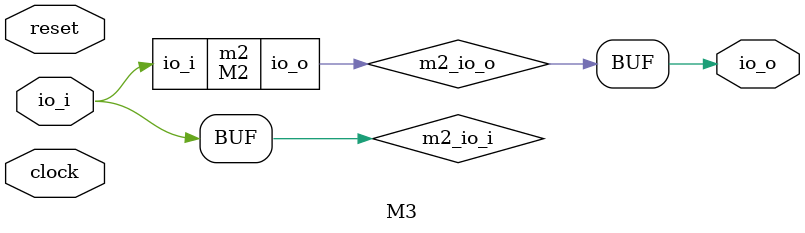
<source format=v>
module Not(
  input   io_i,
  output  io_o
);
  assign io_o = ~io_i; // @[TraceSpec.scala 270:15]
endmodule
module M2(
  input   io_i,
  output  io_o
);
  wire  m1_io_i;
  wire  m1_io_o;
  wire  m1_not_io_i; // @[TraceSpec.scala 275:23]
  wire  m1_not_io_o; // @[TraceSpec.scala 275:23]
  wire  not__io_i; // @[TraceSpec.scala 282:23]
  wire  not__io_o; // @[TraceSpec.scala 282:23]
  Not m1_not ( // @[TraceSpec.scala 275:23]
    .io_i(m1_not_io_i),
    .io_o(m1_not_io_o)
  );
  Not not_ ( // @[TraceSpec.scala 282:23]
    .io_i(not__io_i),
    .io_o(not__io_o)
  );
  assign m1_io_o = m1_not_io_o; // @[TraceSpec.scala 276:14]
  assign m1_not_io_i = m1_io_i; // @[TraceSpec.scala 276:14]
  assign io_o = m1_io_o & not__io_o; // @[TraceSpec.scala 287:23]
  assign m1_io_i = io_i; // @[TraceSpec.scala 284:15]
  assign not__io_i = io_i; // @[TraceSpec.scala 285:16]
endmodule
module M3(
  input   clock,
  input   reset,
  input   io_i,
  output  io_o
);
  wire  m2_io_i; // @[TraceSpec.scala 292:22]
  wire  m2_io_o; // @[TraceSpec.scala 292:22]
  M2 m2 ( // @[TraceSpec.scala 292:22]
    .io_i(m2_io_i),
    .io_o(m2_io_o)
  );
  assign io_o = m2_io_o; // @[TraceSpec.scala 293:10]
  assign m2_io_i = io_i; // @[TraceSpec.scala 293:10]
endmodule

</source>
